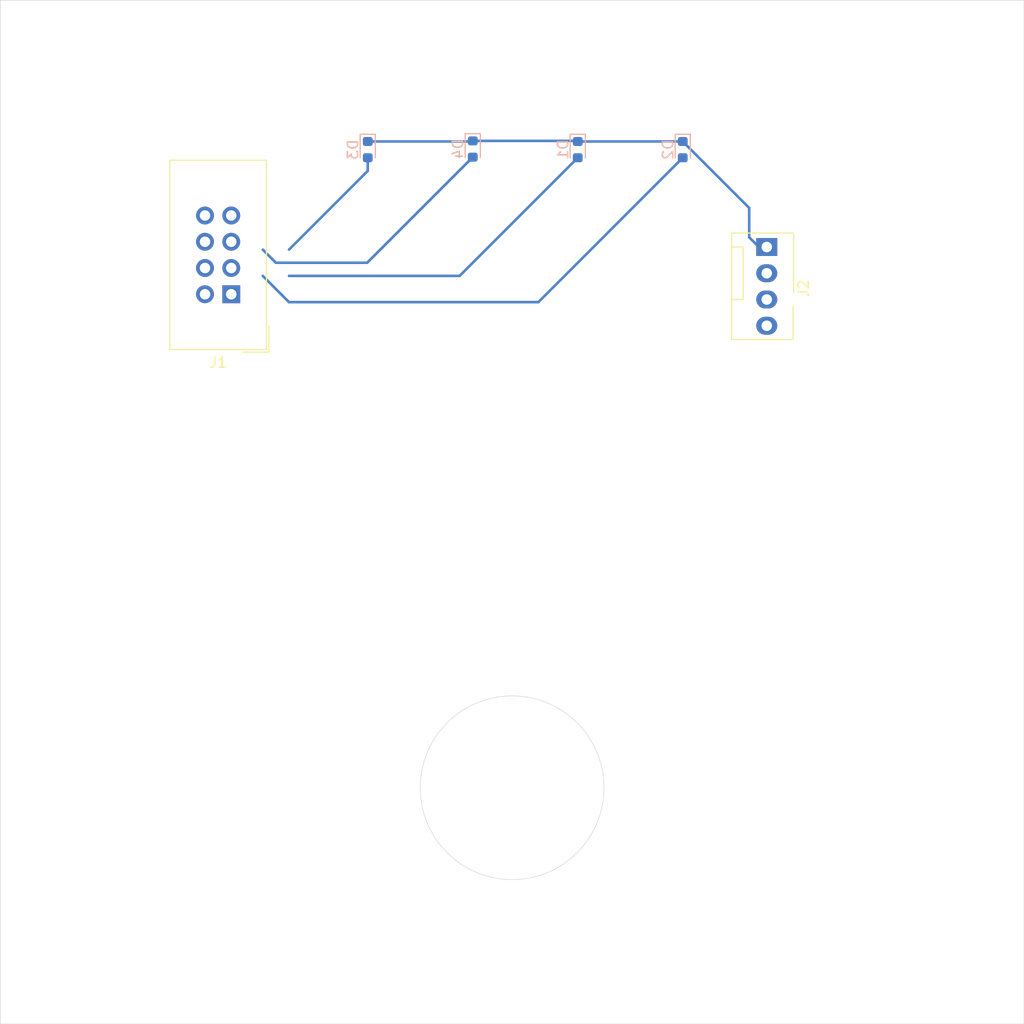
<source format=kicad_pcb>
(kicad_pcb (version 20171130) (host pcbnew "(5.1.0-0)")

  (general
    (thickness 1.6)
    (drawings 5)
    (tracks 21)
    (zones 0)
    (modules 6)
    (nets 13)
  )

  (page A4)
  (layers
    (0 F.Cu signal)
    (31 B.Cu signal)
    (32 B.Adhes user)
    (33 F.Adhes user)
    (34 B.Paste user)
    (35 F.Paste user)
    (36 B.SilkS user)
    (37 F.SilkS user)
    (38 B.Mask user)
    (39 F.Mask user)
    (40 Dwgs.User user)
    (41 Cmts.User user)
    (42 Eco1.User user)
    (43 Eco2.User user)
    (44 Edge.Cuts user)
    (45 Margin user)
    (46 B.CrtYd user)
    (47 F.CrtYd user)
    (48 B.Fab user)
    (49 F.Fab user)
  )

  (setup
    (last_trace_width 0.25)
    (trace_clearance 0.2)
    (zone_clearance 0.508)
    (zone_45_only no)
    (trace_min 0.2)
    (via_size 0.8)
    (via_drill 0.4)
    (via_min_size 0.4)
    (via_min_drill 0.3)
    (uvia_size 0.3)
    (uvia_drill 0.1)
    (uvias_allowed no)
    (uvia_min_size 0.2)
    (uvia_min_drill 0.1)
    (edge_width 0.05)
    (segment_width 0.2)
    (pcb_text_width 0.3)
    (pcb_text_size 1.5 1.5)
    (mod_edge_width 0.12)
    (mod_text_size 1 1)
    (mod_text_width 0.15)
    (pad_size 1.524 1.524)
    (pad_drill 0.762)
    (pad_to_mask_clearance 0.051)
    (solder_mask_min_width 0.25)
    (aux_axis_origin 0 0)
    (visible_elements FFFFFF7F)
    (pcbplotparams
      (layerselection 0x010fc_ffffffff)
      (usegerberextensions false)
      (usegerberattributes false)
      (usegerberadvancedattributes false)
      (creategerberjobfile false)
      (excludeedgelayer true)
      (linewidth 0.100000)
      (plotframeref false)
      (viasonmask false)
      (mode 1)
      (useauxorigin false)
      (hpglpennumber 1)
      (hpglpenspeed 20)
      (hpglpendiameter 15.000000)
      (psnegative false)
      (psa4output false)
      (plotreference true)
      (plotvalue true)
      (plotinvisibletext false)
      (padsonsilk false)
      (subtractmaskfromsilk false)
      (outputformat 1)
      (mirror false)
      (drillshape 1)
      (scaleselection 1)
      (outputdirectory ""))
  )

  (net 0 "")
  (net 1 SEGA)
  (net 2 SEGB)
  (net 3 SEGC)
  (net 4 SEGD)
  (net 5 SEGE)
  (net 6 SEGF)
  (net 7 SEGG)
  (net 8 SEGDP)
  (net 9 DIG3)
  (net 10 DIG2)
  (net 11 DIG1)
  (net 12 DIG0)

  (net_class Default "This is the default net class."
    (clearance 0.2)
    (trace_width 0.25)
    (via_dia 0.8)
    (via_drill 0.4)
    (uvia_dia 0.3)
    (uvia_drill 0.1)
    (add_net DIG0)
    (add_net DIG1)
    (add_net DIG2)
    (add_net DIG3)
    (add_net SEGA)
    (add_net SEGB)
    (add_net SEGC)
    (add_net SEGD)
    (add_net SEGDP)
    (add_net SEGE)
    (add_net SEGF)
    (add_net SEGG)
  )

  (module LED_SMD:LED_0603_1608Metric (layer B.Cu) (tedit 5B301BBE) (tstamp 5D22883D)
    (at 157.48 65.2525 270)
    (descr "LED SMD 0603 (1608 Metric), square (rectangular) end terminal, IPC_7351 nominal, (Body size source: http://www.tortai-tech.com/upload/download/2011102023233369053.pdf), generated with kicad-footprint-generator")
    (tags diode)
    (path /5D33FAF6)
    (attr smd)
    (fp_text reference D1 (at 0 1.43 270) (layer B.SilkS)
      (effects (font (size 1 1) (thickness 0.15)) (justify mirror))
    )
    (fp_text value LED (at 0 -1.43 270) (layer B.Fab)
      (effects (font (size 1 1) (thickness 0.15)) (justify mirror))
    )
    (fp_line (start 0.8 0.4) (end -0.5 0.4) (layer B.Fab) (width 0.1))
    (fp_line (start -0.5 0.4) (end -0.8 0.1) (layer B.Fab) (width 0.1))
    (fp_line (start -0.8 0.1) (end -0.8 -0.4) (layer B.Fab) (width 0.1))
    (fp_line (start -0.8 -0.4) (end 0.8 -0.4) (layer B.Fab) (width 0.1))
    (fp_line (start 0.8 -0.4) (end 0.8 0.4) (layer B.Fab) (width 0.1))
    (fp_line (start 0.8 0.735) (end -1.485 0.735) (layer B.SilkS) (width 0.12))
    (fp_line (start -1.485 0.735) (end -1.485 -0.735) (layer B.SilkS) (width 0.12))
    (fp_line (start -1.485 -0.735) (end 0.8 -0.735) (layer B.SilkS) (width 0.12))
    (fp_line (start -1.48 -0.73) (end -1.48 0.73) (layer B.CrtYd) (width 0.05))
    (fp_line (start -1.48 0.73) (end 1.48 0.73) (layer B.CrtYd) (width 0.05))
    (fp_line (start 1.48 0.73) (end 1.48 -0.73) (layer B.CrtYd) (width 0.05))
    (fp_line (start 1.48 -0.73) (end -1.48 -0.73) (layer B.CrtYd) (width 0.05))
    (fp_text user %R (at 0 0 270) (layer B.Fab)
      (effects (font (size 0.4 0.4) (thickness 0.06)) (justify mirror))
    )
    (pad 1 smd roundrect (at -0.7875 0 270) (size 0.875 0.95) (layers B.Cu B.Paste B.Mask) (roundrect_rratio 0.25)
      (net 12 DIG0))
    (pad 2 smd roundrect (at 0.7875 0 270) (size 0.875 0.95) (layers B.Cu B.Paste B.Mask) (roundrect_rratio 0.25)
      (net 1 SEGA))
    (model ${KISYS3DMOD}/LED_SMD.3dshapes/LED_0603_1608Metric.wrl
      (at (xyz 0 0 0))
      (scale (xyz 1 1 1))
      (rotate (xyz 0 0 0))
    )
  )

  (module LED_SMD:LED_0603_1608Metric (layer B.Cu) (tedit 5B301BBE) (tstamp 5D228850)
    (at 167.64 65.2525 270)
    (descr "LED SMD 0603 (1608 Metric), square (rectangular) end terminal, IPC_7351 nominal, (Body size source: http://www.tortai-tech.com/upload/download/2011102023233369053.pdf), generated with kicad-footprint-generator")
    (tags diode)
    (path /5D340CB4)
    (attr smd)
    (fp_text reference D2 (at 0 1.43 270) (layer B.SilkS)
      (effects (font (size 1 1) (thickness 0.15)) (justify mirror))
    )
    (fp_text value LED (at 0 -1.43 270) (layer B.Fab)
      (effects (font (size 1 1) (thickness 0.15)) (justify mirror))
    )
    (fp_text user %R (at 0 0 270) (layer B.Fab)
      (effects (font (size 0.4 0.4) (thickness 0.06)) (justify mirror))
    )
    (fp_line (start 1.48 -0.73) (end -1.48 -0.73) (layer B.CrtYd) (width 0.05))
    (fp_line (start 1.48 0.73) (end 1.48 -0.73) (layer B.CrtYd) (width 0.05))
    (fp_line (start -1.48 0.73) (end 1.48 0.73) (layer B.CrtYd) (width 0.05))
    (fp_line (start -1.48 -0.73) (end -1.48 0.73) (layer B.CrtYd) (width 0.05))
    (fp_line (start -1.485 -0.735) (end 0.8 -0.735) (layer B.SilkS) (width 0.12))
    (fp_line (start -1.485 0.735) (end -1.485 -0.735) (layer B.SilkS) (width 0.12))
    (fp_line (start 0.8 0.735) (end -1.485 0.735) (layer B.SilkS) (width 0.12))
    (fp_line (start 0.8 -0.4) (end 0.8 0.4) (layer B.Fab) (width 0.1))
    (fp_line (start -0.8 -0.4) (end 0.8 -0.4) (layer B.Fab) (width 0.1))
    (fp_line (start -0.8 0.1) (end -0.8 -0.4) (layer B.Fab) (width 0.1))
    (fp_line (start -0.5 0.4) (end -0.8 0.1) (layer B.Fab) (width 0.1))
    (fp_line (start 0.8 0.4) (end -0.5 0.4) (layer B.Fab) (width 0.1))
    (pad 2 smd roundrect (at 0.7875 0 270) (size 0.875 0.95) (layers B.Cu B.Paste B.Mask) (roundrect_rratio 0.25)
      (net 2 SEGB))
    (pad 1 smd roundrect (at -0.7875 0 270) (size 0.875 0.95) (layers B.Cu B.Paste B.Mask) (roundrect_rratio 0.25)
      (net 12 DIG0))
    (model ${KISYS3DMOD}/LED_SMD.3dshapes/LED_0603_1608Metric.wrl
      (at (xyz 0 0 0))
      (scale (xyz 1 1 1))
      (rotate (xyz 0 0 0))
    )
  )

  (module LED_SMD:LED_0603_1608Metric (layer B.Cu) (tedit 5B301BBE) (tstamp 5D228863)
    (at 137.16 65.2525 270)
    (descr "LED SMD 0603 (1608 Metric), square (rectangular) end terminal, IPC_7351 nominal, (Body size source: http://www.tortai-tech.com/upload/download/2011102023233369053.pdf), generated with kicad-footprint-generator")
    (tags diode)
    (path /5D340FE6)
    (attr smd)
    (fp_text reference D3 (at 0 1.43 270) (layer B.SilkS)
      (effects (font (size 1 1) (thickness 0.15)) (justify mirror))
    )
    (fp_text value LED (at 0 -1.43 270) (layer B.Fab)
      (effects (font (size 1 1) (thickness 0.15)) (justify mirror))
    )
    (fp_line (start 0.8 0.4) (end -0.5 0.4) (layer B.Fab) (width 0.1))
    (fp_line (start -0.5 0.4) (end -0.8 0.1) (layer B.Fab) (width 0.1))
    (fp_line (start -0.8 0.1) (end -0.8 -0.4) (layer B.Fab) (width 0.1))
    (fp_line (start -0.8 -0.4) (end 0.8 -0.4) (layer B.Fab) (width 0.1))
    (fp_line (start 0.8 -0.4) (end 0.8 0.4) (layer B.Fab) (width 0.1))
    (fp_line (start 0.8 0.735) (end -1.485 0.735) (layer B.SilkS) (width 0.12))
    (fp_line (start -1.485 0.735) (end -1.485 -0.735) (layer B.SilkS) (width 0.12))
    (fp_line (start -1.485 -0.735) (end 0.8 -0.735) (layer B.SilkS) (width 0.12))
    (fp_line (start -1.48 -0.73) (end -1.48 0.73) (layer B.CrtYd) (width 0.05))
    (fp_line (start -1.48 0.73) (end 1.48 0.73) (layer B.CrtYd) (width 0.05))
    (fp_line (start 1.48 0.73) (end 1.48 -0.73) (layer B.CrtYd) (width 0.05))
    (fp_line (start 1.48 -0.73) (end -1.48 -0.73) (layer B.CrtYd) (width 0.05))
    (fp_text user %R (at 0 0 270) (layer B.Fab)
      (effects (font (size 0.4 0.4) (thickness 0.06)) (justify mirror))
    )
    (pad 1 smd roundrect (at -0.7875 0 270) (size 0.875 0.95) (layers B.Cu B.Paste B.Mask) (roundrect_rratio 0.25)
      (net 12 DIG0))
    (pad 2 smd roundrect (at 0.7875 0 270) (size 0.875 0.95) (layers B.Cu B.Paste B.Mask) (roundrect_rratio 0.25)
      (net 3 SEGC))
    (model ${KISYS3DMOD}/LED_SMD.3dshapes/LED_0603_1608Metric.wrl
      (at (xyz 0 0 0))
      (scale (xyz 1 1 1))
      (rotate (xyz 0 0 0))
    )
  )

  (module LED_SMD:LED_0603_1608Metric (layer B.Cu) (tedit 5B301BBE) (tstamp 5D228876)
    (at 147.32 65.194999 270)
    (descr "LED SMD 0603 (1608 Metric), square (rectangular) end terminal, IPC_7351 nominal, (Body size source: http://www.tortai-tech.com/upload/download/2011102023233369053.pdf), generated with kicad-footprint-generator")
    (tags diode)
    (path /5D341505)
    (attr smd)
    (fp_text reference D4 (at 0 1.43 270) (layer B.SilkS)
      (effects (font (size 1 1) (thickness 0.15)) (justify mirror))
    )
    (fp_text value LED (at 0 -1.43 270) (layer B.Fab)
      (effects (font (size 1 1) (thickness 0.15)) (justify mirror))
    )
    (fp_text user %R (at 0 0 270) (layer B.Fab)
      (effects (font (size 0.4 0.4) (thickness 0.06)) (justify mirror))
    )
    (fp_line (start 1.48 -0.73) (end -1.48 -0.73) (layer B.CrtYd) (width 0.05))
    (fp_line (start 1.48 0.73) (end 1.48 -0.73) (layer B.CrtYd) (width 0.05))
    (fp_line (start -1.48 0.73) (end 1.48 0.73) (layer B.CrtYd) (width 0.05))
    (fp_line (start -1.48 -0.73) (end -1.48 0.73) (layer B.CrtYd) (width 0.05))
    (fp_line (start -1.485 -0.735) (end 0.8 -0.735) (layer B.SilkS) (width 0.12))
    (fp_line (start -1.485 0.735) (end -1.485 -0.735) (layer B.SilkS) (width 0.12))
    (fp_line (start 0.8 0.735) (end -1.485 0.735) (layer B.SilkS) (width 0.12))
    (fp_line (start 0.8 -0.4) (end 0.8 0.4) (layer B.Fab) (width 0.1))
    (fp_line (start -0.8 -0.4) (end 0.8 -0.4) (layer B.Fab) (width 0.1))
    (fp_line (start -0.8 0.1) (end -0.8 -0.4) (layer B.Fab) (width 0.1))
    (fp_line (start -0.5 0.4) (end -0.8 0.1) (layer B.Fab) (width 0.1))
    (fp_line (start 0.8 0.4) (end -0.5 0.4) (layer B.Fab) (width 0.1))
    (pad 2 smd roundrect (at 0.7875 0 270) (size 0.875 0.95) (layers B.Cu B.Paste B.Mask) (roundrect_rratio 0.25)
      (net 4 SEGD))
    (pad 1 smd roundrect (at -0.7875 0 270) (size 0.875 0.95) (layers B.Cu B.Paste B.Mask) (roundrect_rratio 0.25)
      (net 12 DIG0))
    (model ${KISYS3DMOD}/LED_SMD.3dshapes/LED_0603_1608Metric.wrl
      (at (xyz 0 0 0))
      (scale (xyz 1 1 1))
      (rotate (xyz 0 0 0))
    )
  )

  (module Connector_IDC:IDC-Header_2x04_P2.54mm_Vertical (layer F.Cu) (tedit 59DE070F) (tstamp 5D2A87C8)
    (at 123.952 79.248 180)
    (descr "Through hole straight IDC box header, 2x04, 2.54mm pitch, double rows")
    (tags "Through hole IDC box header THT 2x04 2.54mm double row")
    (path /5D3C37DC)
    (fp_text reference J1 (at 1.27 -6.604 180) (layer F.SilkS)
      (effects (font (size 1 1) (thickness 0.15)))
    )
    (fp_text value Conn_02x04_Odd_Even (at 1.27 14.224 180) (layer F.Fab)
      (effects (font (size 1 1) (thickness 0.15)))
    )
    (fp_text user %R (at 1.27 3.81 180) (layer F.Fab)
      (effects (font (size 1 1) (thickness 0.15)))
    )
    (fp_line (start 5.695 -5.1) (end 5.695 12.72) (layer F.Fab) (width 0.1))
    (fp_line (start 5.145 -4.56) (end 5.145 12.16) (layer F.Fab) (width 0.1))
    (fp_line (start -3.155 -5.1) (end -3.155 12.72) (layer F.Fab) (width 0.1))
    (fp_line (start -2.605 -4.56) (end -2.605 1.56) (layer F.Fab) (width 0.1))
    (fp_line (start -2.605 6.06) (end -2.605 12.16) (layer F.Fab) (width 0.1))
    (fp_line (start -2.605 1.56) (end -3.155 1.56) (layer F.Fab) (width 0.1))
    (fp_line (start -2.605 6.06) (end -3.155 6.06) (layer F.Fab) (width 0.1))
    (fp_line (start 5.695 -5.1) (end -3.155 -5.1) (layer F.Fab) (width 0.1))
    (fp_line (start 5.145 -4.56) (end -2.605 -4.56) (layer F.Fab) (width 0.1))
    (fp_line (start 5.695 12.72) (end -3.155 12.72) (layer F.Fab) (width 0.1))
    (fp_line (start 5.145 12.16) (end -2.605 12.16) (layer F.Fab) (width 0.1))
    (fp_line (start 5.695 -5.1) (end 5.145 -4.56) (layer F.Fab) (width 0.1))
    (fp_line (start 5.695 12.72) (end 5.145 12.16) (layer F.Fab) (width 0.1))
    (fp_line (start -3.155 -5.1) (end -2.605 -4.56) (layer F.Fab) (width 0.1))
    (fp_line (start -3.155 12.72) (end -2.605 12.16) (layer F.Fab) (width 0.1))
    (fp_line (start 5.95 -5.35) (end 5.95 12.97) (layer F.CrtYd) (width 0.05))
    (fp_line (start 5.95 12.97) (end -3.41 12.97) (layer F.CrtYd) (width 0.05))
    (fp_line (start -3.41 12.97) (end -3.41 -5.35) (layer F.CrtYd) (width 0.05))
    (fp_line (start -3.41 -5.35) (end 5.95 -5.35) (layer F.CrtYd) (width 0.05))
    (fp_line (start 5.945 -5.35) (end 5.945 12.97) (layer F.SilkS) (width 0.12))
    (fp_line (start 5.945 12.97) (end -3.405 12.97) (layer F.SilkS) (width 0.12))
    (fp_line (start -3.405 12.97) (end -3.405 -5.35) (layer F.SilkS) (width 0.12))
    (fp_line (start -3.405 -5.35) (end 5.945 -5.35) (layer F.SilkS) (width 0.12))
    (fp_line (start -3.655 -5.6) (end -3.655 -3.06) (layer F.SilkS) (width 0.12))
    (fp_line (start -3.655 -5.6) (end -1.115 -5.6) (layer F.SilkS) (width 0.12))
    (pad 1 thru_hole rect (at 0 0 180) (size 1.7272 1.7272) (drill 1.016) (layers *.Cu *.Mask)
      (net 1 SEGA))
    (pad 2 thru_hole oval (at 2.54 0 180) (size 1.7272 1.7272) (drill 1.016) (layers *.Cu *.Mask)
      (net 8 SEGDP))
    (pad 3 thru_hole oval (at 0 2.54 180) (size 1.7272 1.7272) (drill 1.016) (layers *.Cu *.Mask)
      (net 2 SEGB))
    (pad 4 thru_hole oval (at 2.54 2.54 180) (size 1.7272 1.7272) (drill 1.016) (layers *.Cu *.Mask)
      (net 7 SEGG))
    (pad 5 thru_hole oval (at 0 5.08 180) (size 1.7272 1.7272) (drill 1.016) (layers *.Cu *.Mask)
      (net 3 SEGC))
    (pad 6 thru_hole oval (at 2.54 5.08 180) (size 1.7272 1.7272) (drill 1.016) (layers *.Cu *.Mask)
      (net 6 SEGF))
    (pad 7 thru_hole oval (at 0 7.62 180) (size 1.7272 1.7272) (drill 1.016) (layers *.Cu *.Mask)
      (net 4 SEGD))
    (pad 8 thru_hole oval (at 2.54 7.62 180) (size 1.7272 1.7272) (drill 1.016) (layers *.Cu *.Mask)
      (net 5 SEGE))
    (model ${KISYS3DMOD}/Connector_IDC.3dshapes/IDC-Header_2x04_P2.54mm_Vertical.wrl
      (at (xyz 0 0 0))
      (scale (xyz 1 1 1))
      (rotate (xyz 0 0 0))
    )
  )

  (module Connector:FanPinHeader_1x04_P2.54mm_Vertical (layer F.Cu) (tedit 5A19DE55) (tstamp 5D2A87E7)
    (at 175.768 74.676 270)
    (descr "4-pin CPU fan Through hole pin header, e.g. for Wieson part number 2366C888-007 Molex 47053-1000, Foxconn HF27040-M1, Tyco 1470947-1 or equivalent, see http://www.formfactors.org/developer%5Cspecs%5Crev1_2_public.pdf")
    (tags "pin header 4-pin CPU fan")
    (path /5D3C49FB)
    (fp_text reference J2 (at 4 -3.55 270) (layer F.SilkS)
      (effects (font (size 1 1) (thickness 0.15)))
    )
    (fp_text value Conn_01x04_Male (at 4.05 4.35 270) (layer F.Fab)
      (effects (font (size 1 1) (thickness 0.15)))
    )
    (fp_text user %R (at 1.85 -1.75 270) (layer F.Fab)
      (effects (font (size 1 1) (thickness 0.15)))
    )
    (fp_line (start -1.35 -2.6) (end 4.4 -2.6) (layer F.SilkS) (width 0.12))
    (fp_line (start 5.75 -2.55) (end 8.95 -2.55) (layer F.SilkS) (width 0.12))
    (fp_line (start 8.95 -2.55) (end 8.95 3.4) (layer F.SilkS) (width 0.12))
    (fp_line (start 8.95 3.4) (end -1.35 3.4) (layer F.SilkS) (width 0.12))
    (fp_line (start -1.35 3.4) (end -1.35 -2.6) (layer F.SilkS) (width 0.12))
    (fp_line (start 5.1 3.3) (end 5.1 2.3) (layer F.Fab) (width 0.1))
    (fp_line (start 5.1 2.3) (end 0 2.3) (layer F.Fab) (width 0.1))
    (fp_line (start 0 2.3) (end 0 3.3) (layer F.Fab) (width 0.1))
    (fp_line (start 5.75 -2.5) (end 8.85 -2.5) (layer F.Fab) (width 0.1))
    (fp_line (start 8.85 -2.5) (end 8.85 3.3) (layer F.Fab) (width 0.1))
    (fp_line (start 8.85 3.3) (end -1.2 3.3) (layer F.Fab) (width 0.1))
    (fp_line (start -1.2 3.3) (end -1.25 3.3) (layer F.Fab) (width 0.1))
    (fp_line (start -1.25 3.3) (end -1.25 -2.5) (layer F.Fab) (width 0.1))
    (fp_line (start -1.25 -2.5) (end 4.4 -2.5) (layer F.Fab) (width 0.1))
    (fp_line (start 0 3.3) (end 0 2.29) (layer F.SilkS) (width 0.12))
    (fp_line (start 0 2.29) (end 5.08 2.29) (layer F.SilkS) (width 0.12))
    (fp_line (start 5.08 2.29) (end 5.08 3.3) (layer F.SilkS) (width 0.12))
    (fp_line (start -1.75 3.8) (end -1.75 -3.2) (layer F.CrtYd) (width 0.05))
    (fp_line (start -1.75 3.8) (end 9.35 3.8) (layer F.CrtYd) (width 0.05))
    (fp_line (start 9.35 -3.2) (end -1.75 -3.2) (layer F.CrtYd) (width 0.05))
    (fp_line (start 9.35 -3.2) (end 9.35 3.8) (layer F.CrtYd) (width 0.05))
    (pad 1 thru_hole rect (at 0 0) (size 2.03 1.73) (drill 1.02) (layers *.Cu *.Mask)
      (net 12 DIG0))
    (pad 2 thru_hole oval (at 2.54 0) (size 2.03 1.73) (drill 1.02) (layers *.Cu *.Mask)
      (net 11 DIG1))
    (pad 3 thru_hole oval (at 5.08 0) (size 2.03 1.73) (drill 1.02) (layers *.Cu *.Mask)
      (net 10 DIG2))
    (pad 4 thru_hole oval (at 7.62 0) (size 2.03 1.73) (drill 1.02) (layers *.Cu *.Mask)
      (net 9 DIG3))
    (pad "" np_thru_hole circle (at 5.08 -2.16) (size 1.1 1.1) (drill 1.1) (layers *.Cu *.Mask))
    (model ${KISYS3DMOD}/Connector.3dshapes/FanPinHeader_1x04_P2.54mm_Vertical.wrl
      (at (xyz 0 0 0))
      (scale (xyz 1 1 1))
      (rotate (xyz 0 0 0))
    )
  )

  (gr_circle (center 151.13 127) (end 160.02 127) (layer Edge.Cuts) (width 0.05))
  (gr_line (start 101.6 149.86) (end 101.6 50.8) (layer Edge.Cuts) (width 0.05))
  (gr_line (start 200.66 149.86) (end 101.6 149.86) (layer Edge.Cuts) (width 0.05))
  (gr_line (start 200.66 50.8) (end 200.66 149.86) (layer Edge.Cuts) (width 0.05))
  (gr_line (start 101.6 50.8) (end 200.66 50.8) (layer Edge.Cuts) (width 0.05))

  (segment (start 168.101612 64.926612) (end 167.64 64.465) (width 0.25) (layer B.Cu) (net 12))
  (segment (start 174.071399 70.896399) (end 168.101612 64.926612) (width 0.25) (layer B.Cu) (net 12))
  (segment (start 174.071399 73.741399) (end 174.071399 70.896399) (width 0.25) (layer B.Cu) (net 12))
  (segment (start 175.26 74.93) (end 174.071399 73.741399) (width 0.25) (layer B.Cu) (net 12))
  (segment (start 147.262499 64.465) (end 147.32 64.407499) (width 0.25) (layer B.Cu) (net 12))
  (segment (start 137.16 64.465) (end 147.262499 64.465) (width 0.25) (layer B.Cu) (net 12))
  (segment (start 157.422499 64.407499) (end 157.48 64.465) (width 0.25) (layer B.Cu) (net 12))
  (segment (start 147.32 64.407499) (end 157.422499 64.407499) (width 0.25) (layer B.Cu) (net 12))
  (segment (start 157.48 64.465) (end 167.64 64.465) (width 0.25) (layer B.Cu) (net 12))
  (segment (start 146.05 77.47) (end 157.48 66.04) (width 0.25) (layer B.Cu) (net 1))
  (segment (start 129.54 77.47) (end 146.05 77.47) (width 0.25) (layer B.Cu) (net 1))
  (segment (start 167.178388 66.501612) (end 167.64 66.04) (width 0.25) (layer B.Cu) (net 2))
  (segment (start 153.67 80.01) (end 167.178388 66.501612) (width 0.25) (layer B.Cu) (net 2))
  (segment (start 129.54 80.01) (end 153.67 80.01) (width 0.25) (layer B.Cu) (net 2))
  (segment (start 127 77.47) (end 129.54 80.01) (width 0.25) (layer B.Cu) (net 2))
  (segment (start 137.16 67.31) (end 137.16 66.04) (width 0.25) (layer B.Cu) (net 3))
  (segment (start 129.54 74.93) (end 137.16 67.31) (width 0.25) (layer B.Cu) (net 3))
  (segment (start 137.102499 76.2) (end 146.858388 66.444111) (width 0.25) (layer B.Cu) (net 4))
  (segment (start 128.27 76.2) (end 137.102499 76.2) (width 0.25) (layer B.Cu) (net 4))
  (segment (start 146.858388 66.444111) (end 147.32 65.982499) (width 0.25) (layer B.Cu) (net 4))
  (segment (start 127 74.93) (end 128.27 76.2) (width 0.25) (layer B.Cu) (net 4))

)

</source>
